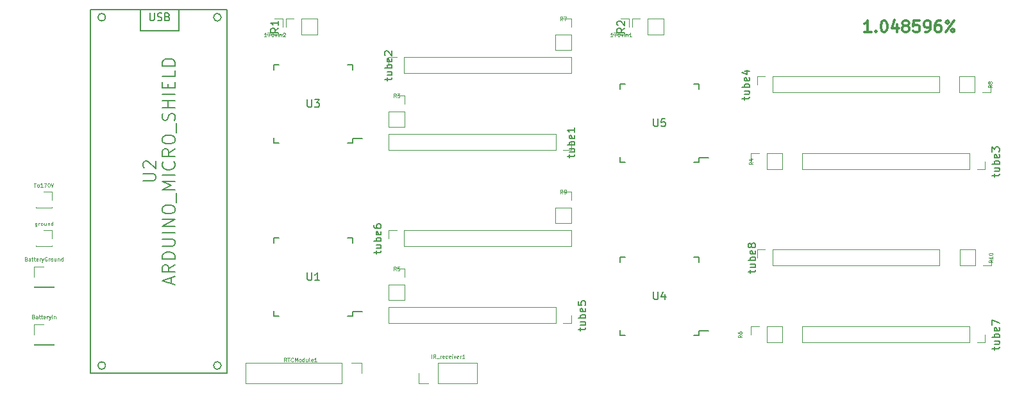
<source format=gbr>
%TF.GenerationSoftware,KiCad,Pcbnew,(6.0.2-0)*%
%TF.CreationDate,2022-06-16T00:13:51-05:00*%
%TF.ProjectId,stein gate pcb,73746569-6e20-4676-9174-65207063622e,rev?*%
%TF.SameCoordinates,Original*%
%TF.FileFunction,Legend,Top*%
%TF.FilePolarity,Positive*%
%FSLAX46Y46*%
G04 Gerber Fmt 4.6, Leading zero omitted, Abs format (unit mm)*
G04 Created by KiCad (PCBNEW (6.0.2-0)) date 2022-06-16 00:13:51*
%MOMM*%
%LPD*%
G01*
G04 APERTURE LIST*
%ADD10C,0.300000*%
%ADD11C,0.150000*%
%ADD12C,0.125000*%
%ADD13C,0.120000*%
G04 APERTURE END LIST*
D10*
X180348571Y-76878571D02*
X179491428Y-76878571D01*
X179920000Y-76878571D02*
X179920000Y-75378571D01*
X179777142Y-75592857D01*
X179634285Y-75735714D01*
X179491428Y-75807142D01*
X180991428Y-76735714D02*
X181062857Y-76807142D01*
X180991428Y-76878571D01*
X180920000Y-76807142D01*
X180991428Y-76735714D01*
X180991428Y-76878571D01*
X181991428Y-75378571D02*
X182134285Y-75378571D01*
X182277142Y-75450000D01*
X182348571Y-75521428D01*
X182420000Y-75664285D01*
X182491428Y-75950000D01*
X182491428Y-76307142D01*
X182420000Y-76592857D01*
X182348571Y-76735714D01*
X182277142Y-76807142D01*
X182134285Y-76878571D01*
X181991428Y-76878571D01*
X181848571Y-76807142D01*
X181777142Y-76735714D01*
X181705714Y-76592857D01*
X181634285Y-76307142D01*
X181634285Y-75950000D01*
X181705714Y-75664285D01*
X181777142Y-75521428D01*
X181848571Y-75450000D01*
X181991428Y-75378571D01*
X183777142Y-75878571D02*
X183777142Y-76878571D01*
X183420000Y-75307142D02*
X183062857Y-76378571D01*
X183991428Y-76378571D01*
X184777142Y-76021428D02*
X184634285Y-75950000D01*
X184562857Y-75878571D01*
X184491428Y-75735714D01*
X184491428Y-75664285D01*
X184562857Y-75521428D01*
X184634285Y-75450000D01*
X184777142Y-75378571D01*
X185062857Y-75378571D01*
X185205714Y-75450000D01*
X185277142Y-75521428D01*
X185348571Y-75664285D01*
X185348571Y-75735714D01*
X185277142Y-75878571D01*
X185205714Y-75950000D01*
X185062857Y-76021428D01*
X184777142Y-76021428D01*
X184634285Y-76092857D01*
X184562857Y-76164285D01*
X184491428Y-76307142D01*
X184491428Y-76592857D01*
X184562857Y-76735714D01*
X184634285Y-76807142D01*
X184777142Y-76878571D01*
X185062857Y-76878571D01*
X185205714Y-76807142D01*
X185277142Y-76735714D01*
X185348571Y-76592857D01*
X185348571Y-76307142D01*
X185277142Y-76164285D01*
X185205714Y-76092857D01*
X185062857Y-76021428D01*
X186705714Y-75378571D02*
X185991428Y-75378571D01*
X185920000Y-76092857D01*
X185991428Y-76021428D01*
X186134285Y-75950000D01*
X186491428Y-75950000D01*
X186634285Y-76021428D01*
X186705714Y-76092857D01*
X186777142Y-76235714D01*
X186777142Y-76592857D01*
X186705714Y-76735714D01*
X186634285Y-76807142D01*
X186491428Y-76878571D01*
X186134285Y-76878571D01*
X185991428Y-76807142D01*
X185920000Y-76735714D01*
X187491428Y-76878571D02*
X187777142Y-76878571D01*
X187920000Y-76807142D01*
X187991428Y-76735714D01*
X188134285Y-76521428D01*
X188205714Y-76235714D01*
X188205714Y-75664285D01*
X188134285Y-75521428D01*
X188062857Y-75450000D01*
X187920000Y-75378571D01*
X187634285Y-75378571D01*
X187491428Y-75450000D01*
X187420000Y-75521428D01*
X187348571Y-75664285D01*
X187348571Y-76021428D01*
X187420000Y-76164285D01*
X187491428Y-76235714D01*
X187634285Y-76307142D01*
X187920000Y-76307142D01*
X188062857Y-76235714D01*
X188134285Y-76164285D01*
X188205714Y-76021428D01*
X189491428Y-75378571D02*
X189205714Y-75378571D01*
X189062857Y-75450000D01*
X188991428Y-75521428D01*
X188848571Y-75735714D01*
X188777142Y-76021428D01*
X188777142Y-76592857D01*
X188848571Y-76735714D01*
X188920000Y-76807142D01*
X189062857Y-76878571D01*
X189348571Y-76878571D01*
X189491428Y-76807142D01*
X189562857Y-76735714D01*
X189634285Y-76592857D01*
X189634285Y-76235714D01*
X189562857Y-76092857D01*
X189491428Y-76021428D01*
X189348571Y-75950000D01*
X189062857Y-75950000D01*
X188920000Y-76021428D01*
X188848571Y-76092857D01*
X188777142Y-76235714D01*
X190205714Y-76878571D02*
X191348571Y-75378571D01*
X190420000Y-75378571D02*
X190562857Y-75450000D01*
X190634285Y-75592857D01*
X190562857Y-75735714D01*
X190420000Y-75807142D01*
X190277142Y-75735714D01*
X190205714Y-75592857D01*
X190277142Y-75450000D01*
X190420000Y-75378571D01*
X191277142Y-76807142D02*
X191348571Y-76664285D01*
X191277142Y-76521428D01*
X191134285Y-76450000D01*
X190991428Y-76521428D01*
X190920000Y-76664285D01*
X190991428Y-76807142D01*
X191134285Y-76878571D01*
X191277142Y-76807142D01*
D11*
%TO.C,tube4*%
X163625714Y-85820000D02*
X163625714Y-85439047D01*
X163292380Y-85677142D02*
X164149523Y-85677142D01*
X164244761Y-85629523D01*
X164292380Y-85534285D01*
X164292380Y-85439047D01*
X163625714Y-84677142D02*
X164292380Y-84677142D01*
X163625714Y-85105714D02*
X164149523Y-85105714D01*
X164244761Y-85058095D01*
X164292380Y-84962857D01*
X164292380Y-84820000D01*
X164244761Y-84724761D01*
X164197142Y-84677142D01*
X164292380Y-84200952D02*
X163292380Y-84200952D01*
X163673333Y-84200952D02*
X163625714Y-84105714D01*
X163625714Y-83915238D01*
X163673333Y-83820000D01*
X163720952Y-83772380D01*
X163816190Y-83724761D01*
X164101904Y-83724761D01*
X164197142Y-83772380D01*
X164244761Y-83820000D01*
X164292380Y-83915238D01*
X164292380Y-84105714D01*
X164244761Y-84200952D01*
X164244761Y-82915238D02*
X164292380Y-83010476D01*
X164292380Y-83200952D01*
X164244761Y-83296190D01*
X164149523Y-83343809D01*
X163768571Y-83343809D01*
X163673333Y-83296190D01*
X163625714Y-83200952D01*
X163625714Y-83010476D01*
X163673333Y-82915238D01*
X163768571Y-82867619D01*
X163863809Y-82867619D01*
X163959047Y-83343809D01*
X163625714Y-82010476D02*
X164292380Y-82010476D01*
X163244761Y-82248571D02*
X163959047Y-82486666D01*
X163959047Y-81867619D01*
D12*
%TO.C,R8*%
X196326190Y-83903333D02*
X196088095Y-84070000D01*
X196326190Y-84189047D02*
X195826190Y-84189047D01*
X195826190Y-83998571D01*
X195850000Y-83950952D01*
X195873809Y-83927142D01*
X195921428Y-83903333D01*
X195992857Y-83903333D01*
X196040476Y-83927142D01*
X196064285Y-83950952D01*
X196088095Y-83998571D01*
X196088095Y-84189047D01*
X196040476Y-83617619D02*
X196016666Y-83665238D01*
X195992857Y-83689047D01*
X195945238Y-83712857D01*
X195921428Y-83712857D01*
X195873809Y-83689047D01*
X195850000Y-83665238D01*
X195826190Y-83617619D01*
X195826190Y-83522380D01*
X195850000Y-83474761D01*
X195873809Y-83450952D01*
X195921428Y-83427142D01*
X195945238Y-83427142D01*
X195992857Y-83450952D01*
X196016666Y-83474761D01*
X196040476Y-83522380D01*
X196040476Y-83617619D01*
X196064285Y-83665238D01*
X196088095Y-83689047D01*
X196135714Y-83712857D01*
X196230952Y-83712857D01*
X196278571Y-83689047D01*
X196302380Y-83665238D01*
X196326190Y-83617619D01*
X196326190Y-83522380D01*
X196302380Y-83474761D01*
X196278571Y-83450952D01*
X196230952Y-83427142D01*
X196135714Y-83427142D01*
X196088095Y-83450952D01*
X196064285Y-83474761D01*
X196040476Y-83522380D01*
%TO.C,R4*%
X164726190Y-94063333D02*
X164488095Y-94230000D01*
X164726190Y-94349047D02*
X164226190Y-94349047D01*
X164226190Y-94158571D01*
X164250000Y-94110952D01*
X164273809Y-94087142D01*
X164321428Y-94063333D01*
X164392857Y-94063333D01*
X164440476Y-94087142D01*
X164464285Y-94110952D01*
X164488095Y-94158571D01*
X164488095Y-94349047D01*
X164392857Y-93634761D02*
X164726190Y-93634761D01*
X164202380Y-93753809D02*
X164559523Y-93872857D01*
X164559523Y-93563333D01*
%TO.C,R5*%
X117616666Y-108386190D02*
X117450000Y-108148095D01*
X117330952Y-108386190D02*
X117330952Y-107886190D01*
X117521428Y-107886190D01*
X117569047Y-107910000D01*
X117592857Y-107933809D01*
X117616666Y-107981428D01*
X117616666Y-108052857D01*
X117592857Y-108100476D01*
X117569047Y-108124285D01*
X117521428Y-108148095D01*
X117330952Y-108148095D01*
X118069047Y-107886190D02*
X117830952Y-107886190D01*
X117807142Y-108124285D01*
X117830952Y-108100476D01*
X117878571Y-108076666D01*
X117997619Y-108076666D01*
X118045238Y-108100476D01*
X118069047Y-108124285D01*
X118092857Y-108171904D01*
X118092857Y-108290952D01*
X118069047Y-108338571D01*
X118045238Y-108362380D01*
X117997619Y-108386190D01*
X117878571Y-108386190D01*
X117830952Y-108362380D01*
X117807142Y-108338571D01*
D11*
%TO.C,U1*%
X105918095Y-108672380D02*
X105918095Y-109481904D01*
X105965714Y-109577142D01*
X106013333Y-109624761D01*
X106108571Y-109672380D01*
X106299047Y-109672380D01*
X106394285Y-109624761D01*
X106441904Y-109577142D01*
X106489523Y-109481904D01*
X106489523Y-108672380D01*
X107489523Y-109672380D02*
X106918095Y-109672380D01*
X107203809Y-109672380D02*
X107203809Y-108672380D01*
X107108571Y-108815238D01*
X107013333Y-108910476D01*
X106918095Y-108958095D01*
%TO.C,R1*%
X102092380Y-76366666D02*
X101616190Y-76700000D01*
X102092380Y-76938095D02*
X101092380Y-76938095D01*
X101092380Y-76557142D01*
X101140000Y-76461904D01*
X101187619Y-76414285D01*
X101282857Y-76366666D01*
X101425714Y-76366666D01*
X101520952Y-76414285D01*
X101568571Y-76461904D01*
X101616190Y-76557142D01*
X101616190Y-76938095D01*
X102092380Y-75414285D02*
X102092380Y-75985714D01*
X102092380Y-75700000D02*
X101092380Y-75700000D01*
X101235238Y-75795238D01*
X101330476Y-75890476D01*
X101378095Y-75985714D01*
%TO.C,tube5*%
X141985714Y-116300000D02*
X141985714Y-115919047D01*
X141652380Y-116157142D02*
X142509523Y-116157142D01*
X142604761Y-116109523D01*
X142652380Y-116014285D01*
X142652380Y-115919047D01*
X141985714Y-115157142D02*
X142652380Y-115157142D01*
X141985714Y-115585714D02*
X142509523Y-115585714D01*
X142604761Y-115538095D01*
X142652380Y-115442857D01*
X142652380Y-115300000D01*
X142604761Y-115204761D01*
X142557142Y-115157142D01*
X142652380Y-114680952D02*
X141652380Y-114680952D01*
X142033333Y-114680952D02*
X141985714Y-114585714D01*
X141985714Y-114395238D01*
X142033333Y-114300000D01*
X142080952Y-114252380D01*
X142176190Y-114204761D01*
X142461904Y-114204761D01*
X142557142Y-114252380D01*
X142604761Y-114300000D01*
X142652380Y-114395238D01*
X142652380Y-114585714D01*
X142604761Y-114680952D01*
X142604761Y-113395238D02*
X142652380Y-113490476D01*
X142652380Y-113680952D01*
X142604761Y-113776190D01*
X142509523Y-113823809D01*
X142128571Y-113823809D01*
X142033333Y-113776190D01*
X141985714Y-113680952D01*
X141985714Y-113490476D01*
X142033333Y-113395238D01*
X142128571Y-113347619D01*
X142223809Y-113347619D01*
X142319047Y-113823809D01*
X141652380Y-112442857D02*
X141652380Y-112919047D01*
X142128571Y-112966666D01*
X142080952Y-112919047D01*
X142033333Y-112823809D01*
X142033333Y-112585714D01*
X142080952Y-112490476D01*
X142128571Y-112442857D01*
X142223809Y-112395238D01*
X142461904Y-112395238D01*
X142557142Y-112442857D01*
X142604761Y-112490476D01*
X142652380Y-112585714D01*
X142652380Y-112823809D01*
X142604761Y-112919047D01*
X142557142Y-112966666D01*
D12*
%TO.C,BatteryIn*%
X69739047Y-114474285D02*
X69810476Y-114498095D01*
X69834285Y-114521904D01*
X69858095Y-114569523D01*
X69858095Y-114640952D01*
X69834285Y-114688571D01*
X69810476Y-114712380D01*
X69762857Y-114736190D01*
X69572380Y-114736190D01*
X69572380Y-114236190D01*
X69739047Y-114236190D01*
X69786666Y-114260000D01*
X69810476Y-114283809D01*
X69834285Y-114331428D01*
X69834285Y-114379047D01*
X69810476Y-114426666D01*
X69786666Y-114450476D01*
X69739047Y-114474285D01*
X69572380Y-114474285D01*
X70286666Y-114736190D02*
X70286666Y-114474285D01*
X70262857Y-114426666D01*
X70215238Y-114402857D01*
X70120000Y-114402857D01*
X70072380Y-114426666D01*
X70286666Y-114712380D02*
X70239047Y-114736190D01*
X70120000Y-114736190D01*
X70072380Y-114712380D01*
X70048571Y-114664761D01*
X70048571Y-114617142D01*
X70072380Y-114569523D01*
X70120000Y-114545714D01*
X70239047Y-114545714D01*
X70286666Y-114521904D01*
X70453333Y-114402857D02*
X70643809Y-114402857D01*
X70524761Y-114236190D02*
X70524761Y-114664761D01*
X70548571Y-114712380D01*
X70596190Y-114736190D01*
X70643809Y-114736190D01*
X70739047Y-114402857D02*
X70929523Y-114402857D01*
X70810476Y-114236190D02*
X70810476Y-114664761D01*
X70834285Y-114712380D01*
X70881904Y-114736190D01*
X70929523Y-114736190D01*
X71286666Y-114712380D02*
X71239047Y-114736190D01*
X71143809Y-114736190D01*
X71096190Y-114712380D01*
X71072380Y-114664761D01*
X71072380Y-114474285D01*
X71096190Y-114426666D01*
X71143809Y-114402857D01*
X71239047Y-114402857D01*
X71286666Y-114426666D01*
X71310476Y-114474285D01*
X71310476Y-114521904D01*
X71072380Y-114569523D01*
X71524761Y-114736190D02*
X71524761Y-114402857D01*
X71524761Y-114498095D02*
X71548571Y-114450476D01*
X71572380Y-114426666D01*
X71620000Y-114402857D01*
X71667619Y-114402857D01*
X71786666Y-114402857D02*
X71905714Y-114736190D01*
X72024761Y-114402857D02*
X71905714Y-114736190D01*
X71858095Y-114855238D01*
X71834285Y-114879047D01*
X71786666Y-114902857D01*
X72215238Y-114736190D02*
X72215238Y-114236190D01*
X72453333Y-114402857D02*
X72453333Y-114736190D01*
X72453333Y-114450476D02*
X72477142Y-114426666D01*
X72524761Y-114402857D01*
X72596190Y-114402857D01*
X72643809Y-114426666D01*
X72667619Y-114474285D01*
X72667619Y-114736190D01*
%TO.C,BatteryGround*%
X68774761Y-106854285D02*
X68846190Y-106878095D01*
X68870000Y-106901904D01*
X68893809Y-106949523D01*
X68893809Y-107020952D01*
X68870000Y-107068571D01*
X68846190Y-107092380D01*
X68798571Y-107116190D01*
X68608095Y-107116190D01*
X68608095Y-106616190D01*
X68774761Y-106616190D01*
X68822380Y-106640000D01*
X68846190Y-106663809D01*
X68870000Y-106711428D01*
X68870000Y-106759047D01*
X68846190Y-106806666D01*
X68822380Y-106830476D01*
X68774761Y-106854285D01*
X68608095Y-106854285D01*
X69322380Y-107116190D02*
X69322380Y-106854285D01*
X69298571Y-106806666D01*
X69250952Y-106782857D01*
X69155714Y-106782857D01*
X69108095Y-106806666D01*
X69322380Y-107092380D02*
X69274761Y-107116190D01*
X69155714Y-107116190D01*
X69108095Y-107092380D01*
X69084285Y-107044761D01*
X69084285Y-106997142D01*
X69108095Y-106949523D01*
X69155714Y-106925714D01*
X69274761Y-106925714D01*
X69322380Y-106901904D01*
X69489047Y-106782857D02*
X69679523Y-106782857D01*
X69560476Y-106616190D02*
X69560476Y-107044761D01*
X69584285Y-107092380D01*
X69631904Y-107116190D01*
X69679523Y-107116190D01*
X69774761Y-106782857D02*
X69965238Y-106782857D01*
X69846190Y-106616190D02*
X69846190Y-107044761D01*
X69870000Y-107092380D01*
X69917619Y-107116190D01*
X69965238Y-107116190D01*
X70322380Y-107092380D02*
X70274761Y-107116190D01*
X70179523Y-107116190D01*
X70131904Y-107092380D01*
X70108095Y-107044761D01*
X70108095Y-106854285D01*
X70131904Y-106806666D01*
X70179523Y-106782857D01*
X70274761Y-106782857D01*
X70322380Y-106806666D01*
X70346190Y-106854285D01*
X70346190Y-106901904D01*
X70108095Y-106949523D01*
X70560476Y-107116190D02*
X70560476Y-106782857D01*
X70560476Y-106878095D02*
X70584285Y-106830476D01*
X70608095Y-106806666D01*
X70655714Y-106782857D01*
X70703333Y-106782857D01*
X70822380Y-106782857D02*
X70941428Y-107116190D01*
X71060476Y-106782857D02*
X70941428Y-107116190D01*
X70893809Y-107235238D01*
X70870000Y-107259047D01*
X70822380Y-107282857D01*
X71512857Y-106640000D02*
X71465238Y-106616190D01*
X71393809Y-106616190D01*
X71322380Y-106640000D01*
X71274761Y-106687619D01*
X71250952Y-106735238D01*
X71227142Y-106830476D01*
X71227142Y-106901904D01*
X71250952Y-106997142D01*
X71274761Y-107044761D01*
X71322380Y-107092380D01*
X71393809Y-107116190D01*
X71441428Y-107116190D01*
X71512857Y-107092380D01*
X71536666Y-107068571D01*
X71536666Y-106901904D01*
X71441428Y-106901904D01*
X71750952Y-107116190D02*
X71750952Y-106782857D01*
X71750952Y-106878095D02*
X71774761Y-106830476D01*
X71798571Y-106806666D01*
X71846190Y-106782857D01*
X71893809Y-106782857D01*
X72131904Y-107116190D02*
X72084285Y-107092380D01*
X72060476Y-107068571D01*
X72036666Y-107020952D01*
X72036666Y-106878095D01*
X72060476Y-106830476D01*
X72084285Y-106806666D01*
X72131904Y-106782857D01*
X72203333Y-106782857D01*
X72250952Y-106806666D01*
X72274761Y-106830476D01*
X72298571Y-106878095D01*
X72298571Y-107020952D01*
X72274761Y-107068571D01*
X72250952Y-107092380D01*
X72203333Y-107116190D01*
X72131904Y-107116190D01*
X72727142Y-106782857D02*
X72727142Y-107116190D01*
X72512857Y-106782857D02*
X72512857Y-107044761D01*
X72536666Y-107092380D01*
X72584285Y-107116190D01*
X72655714Y-107116190D01*
X72703333Y-107092380D01*
X72727142Y-107068571D01*
X72965238Y-106782857D02*
X72965238Y-107116190D01*
X72965238Y-106830476D02*
X72989047Y-106806666D01*
X73036666Y-106782857D01*
X73108095Y-106782857D01*
X73155714Y-106806666D01*
X73179523Y-106854285D01*
X73179523Y-107116190D01*
X73631904Y-107116190D02*
X73631904Y-106616190D01*
X73631904Y-107092380D02*
X73584285Y-107116190D01*
X73489047Y-107116190D01*
X73441428Y-107092380D01*
X73417619Y-107068571D01*
X73393809Y-107020952D01*
X73393809Y-106878095D01*
X73417619Y-106830476D01*
X73441428Y-106806666D01*
X73489047Y-106782857D01*
X73584285Y-106782857D01*
X73631904Y-106806666D01*
%TO.C,R6*%
X163286190Y-116923333D02*
X163048095Y-117090000D01*
X163286190Y-117209047D02*
X162786190Y-117209047D01*
X162786190Y-117018571D01*
X162810000Y-116970952D01*
X162833809Y-116947142D01*
X162881428Y-116923333D01*
X162952857Y-116923333D01*
X163000476Y-116947142D01*
X163024285Y-116970952D01*
X163048095Y-117018571D01*
X163048095Y-117209047D01*
X162786190Y-116494761D02*
X162786190Y-116590000D01*
X162810000Y-116637619D01*
X162833809Y-116661428D01*
X162905238Y-116709047D01*
X163000476Y-116732857D01*
X163190952Y-116732857D01*
X163238571Y-116709047D01*
X163262380Y-116685238D01*
X163286190Y-116637619D01*
X163286190Y-116542380D01*
X163262380Y-116494761D01*
X163238571Y-116470952D01*
X163190952Y-116447142D01*
X163071904Y-116447142D01*
X163024285Y-116470952D01*
X163000476Y-116494761D01*
X162976666Y-116542380D01*
X162976666Y-116637619D01*
X163000476Y-116685238D01*
X163024285Y-116709047D01*
X163071904Y-116732857D01*
%TO.C,IR_receiver1*%
X122330873Y-119951915D02*
X122330873Y-119451915D01*
X122854682Y-119951915D02*
X122688015Y-119713820D01*
X122568968Y-119951915D02*
X122568968Y-119451915D01*
X122759444Y-119451915D01*
X122807063Y-119475725D01*
X122830873Y-119499534D01*
X122854682Y-119547153D01*
X122854682Y-119618582D01*
X122830873Y-119666201D01*
X122807063Y-119690010D01*
X122759444Y-119713820D01*
X122568968Y-119713820D01*
X122949920Y-119999534D02*
X123330873Y-119999534D01*
X123449920Y-119951915D02*
X123449920Y-119618582D01*
X123449920Y-119713820D02*
X123473730Y-119666201D01*
X123497539Y-119642391D01*
X123545158Y-119618582D01*
X123592777Y-119618582D01*
X123949920Y-119928105D02*
X123902301Y-119951915D01*
X123807063Y-119951915D01*
X123759444Y-119928105D01*
X123735635Y-119880486D01*
X123735635Y-119690010D01*
X123759444Y-119642391D01*
X123807063Y-119618582D01*
X123902301Y-119618582D01*
X123949920Y-119642391D01*
X123973730Y-119690010D01*
X123973730Y-119737629D01*
X123735635Y-119785248D01*
X124402301Y-119928105D02*
X124354682Y-119951915D01*
X124259444Y-119951915D01*
X124211825Y-119928105D01*
X124188015Y-119904296D01*
X124164206Y-119856677D01*
X124164206Y-119713820D01*
X124188015Y-119666201D01*
X124211825Y-119642391D01*
X124259444Y-119618582D01*
X124354682Y-119618582D01*
X124402301Y-119642391D01*
X124807063Y-119928105D02*
X124759444Y-119951915D01*
X124664206Y-119951915D01*
X124616587Y-119928105D01*
X124592777Y-119880486D01*
X124592777Y-119690010D01*
X124616587Y-119642391D01*
X124664206Y-119618582D01*
X124759444Y-119618582D01*
X124807063Y-119642391D01*
X124830873Y-119690010D01*
X124830873Y-119737629D01*
X124592777Y-119785248D01*
X125045158Y-119951915D02*
X125045158Y-119618582D01*
X125045158Y-119451915D02*
X125021349Y-119475725D01*
X125045158Y-119499534D01*
X125068968Y-119475725D01*
X125045158Y-119451915D01*
X125045158Y-119499534D01*
X125235635Y-119618582D02*
X125354682Y-119951915D01*
X125473730Y-119618582D01*
X125854682Y-119928105D02*
X125807063Y-119951915D01*
X125711825Y-119951915D01*
X125664206Y-119928105D01*
X125640396Y-119880486D01*
X125640396Y-119690010D01*
X125664206Y-119642391D01*
X125711825Y-119618582D01*
X125807063Y-119618582D01*
X125854682Y-119642391D01*
X125878492Y-119690010D01*
X125878492Y-119737629D01*
X125640396Y-119785248D01*
X126092777Y-119951915D02*
X126092777Y-119618582D01*
X126092777Y-119713820D02*
X126116587Y-119666201D01*
X126140396Y-119642391D01*
X126188015Y-119618582D01*
X126235635Y-119618582D01*
X126664206Y-119951915D02*
X126378492Y-119951915D01*
X126521349Y-119951915D02*
X126521349Y-119451915D01*
X126473730Y-119523344D01*
X126426111Y-119570963D01*
X126378492Y-119594772D01*
%TO.C,ground*%
X70184248Y-102070620D02*
X70184248Y-102475382D01*
X70160438Y-102523001D01*
X70136629Y-102546810D01*
X70089009Y-102570620D01*
X70017581Y-102570620D01*
X69969962Y-102546810D01*
X70184248Y-102380143D02*
X70136629Y-102403953D01*
X70041390Y-102403953D01*
X69993771Y-102380143D01*
X69969962Y-102356334D01*
X69946152Y-102308715D01*
X69946152Y-102165858D01*
X69969962Y-102118239D01*
X69993771Y-102094429D01*
X70041390Y-102070620D01*
X70136629Y-102070620D01*
X70184248Y-102094429D01*
X70422343Y-102403953D02*
X70422343Y-102070620D01*
X70422343Y-102165858D02*
X70446152Y-102118239D01*
X70469962Y-102094429D01*
X70517581Y-102070620D01*
X70565200Y-102070620D01*
X70803295Y-102403953D02*
X70755676Y-102380143D01*
X70731867Y-102356334D01*
X70708057Y-102308715D01*
X70708057Y-102165858D01*
X70731867Y-102118239D01*
X70755676Y-102094429D01*
X70803295Y-102070620D01*
X70874724Y-102070620D01*
X70922343Y-102094429D01*
X70946152Y-102118239D01*
X70969962Y-102165858D01*
X70969962Y-102308715D01*
X70946152Y-102356334D01*
X70922343Y-102380143D01*
X70874724Y-102403953D01*
X70803295Y-102403953D01*
X71398533Y-102070620D02*
X71398533Y-102403953D01*
X71184248Y-102070620D02*
X71184248Y-102332524D01*
X71208057Y-102380143D01*
X71255676Y-102403953D01*
X71327105Y-102403953D01*
X71374724Y-102380143D01*
X71398533Y-102356334D01*
X71636629Y-102070620D02*
X71636629Y-102403953D01*
X71636629Y-102118239D02*
X71660438Y-102094429D01*
X71708057Y-102070620D01*
X71779486Y-102070620D01*
X71827105Y-102094429D01*
X71850914Y-102142048D01*
X71850914Y-102403953D01*
X72303295Y-102403953D02*
X72303295Y-101903953D01*
X72303295Y-102380143D02*
X72255676Y-102403953D01*
X72160438Y-102403953D01*
X72112819Y-102380143D01*
X72089009Y-102356334D01*
X72065200Y-102308715D01*
X72065200Y-102165858D01*
X72089009Y-102118239D01*
X72112819Y-102094429D01*
X72160438Y-102070620D01*
X72255676Y-102070620D01*
X72303295Y-102094429D01*
%TO.C,170vin1*%
X146212857Y-77486190D02*
X145927142Y-77486190D01*
X146070000Y-77486190D02*
X146070000Y-76986190D01*
X146022380Y-77057619D01*
X145974761Y-77105238D01*
X145927142Y-77129047D01*
X146379523Y-76986190D02*
X146712857Y-76986190D01*
X146498571Y-77486190D01*
X146998571Y-76986190D02*
X147046190Y-76986190D01*
X147093809Y-77010000D01*
X147117619Y-77033809D01*
X147141428Y-77081428D01*
X147165238Y-77176666D01*
X147165238Y-77295714D01*
X147141428Y-77390952D01*
X147117619Y-77438571D01*
X147093809Y-77462380D01*
X147046190Y-77486190D01*
X146998571Y-77486190D01*
X146950952Y-77462380D01*
X146927142Y-77438571D01*
X146903333Y-77390952D01*
X146879523Y-77295714D01*
X146879523Y-77176666D01*
X146903333Y-77081428D01*
X146927142Y-77033809D01*
X146950952Y-77010000D01*
X146998571Y-76986190D01*
X147331904Y-77152857D02*
X147450952Y-77486190D01*
X147570000Y-77152857D01*
X147760476Y-77486190D02*
X147760476Y-77152857D01*
X147760476Y-76986190D02*
X147736666Y-77010000D01*
X147760476Y-77033809D01*
X147784285Y-77010000D01*
X147760476Y-76986190D01*
X147760476Y-77033809D01*
X147998571Y-77152857D02*
X147998571Y-77486190D01*
X147998571Y-77200476D02*
X148022380Y-77176666D01*
X148070000Y-77152857D01*
X148141428Y-77152857D01*
X148189047Y-77176666D01*
X148212857Y-77224285D01*
X148212857Y-77486190D01*
X148712857Y-77486190D02*
X148427142Y-77486190D01*
X148570000Y-77486190D02*
X148570000Y-76986190D01*
X148522380Y-77057619D01*
X148474761Y-77105238D01*
X148427142Y-77129047D01*
%TO.C,R10*%
X196406190Y-107001428D02*
X196168095Y-107168095D01*
X196406190Y-107287142D02*
X195906190Y-107287142D01*
X195906190Y-107096666D01*
X195930000Y-107049047D01*
X195953809Y-107025238D01*
X196001428Y-107001428D01*
X196072857Y-107001428D01*
X196120476Y-107025238D01*
X196144285Y-107049047D01*
X196168095Y-107096666D01*
X196168095Y-107287142D01*
X196406190Y-106525238D02*
X196406190Y-106810952D01*
X196406190Y-106668095D02*
X195906190Y-106668095D01*
X195977619Y-106715714D01*
X196025238Y-106763333D01*
X196049047Y-106810952D01*
X195906190Y-106215714D02*
X195906190Y-106168095D01*
X195930000Y-106120476D01*
X195953809Y-106096666D01*
X196001428Y-106072857D01*
X196096666Y-106049047D01*
X196215714Y-106049047D01*
X196310952Y-106072857D01*
X196358571Y-106096666D01*
X196382380Y-106120476D01*
X196406190Y-106168095D01*
X196406190Y-106215714D01*
X196382380Y-106263333D01*
X196358571Y-106287142D01*
X196310952Y-106310952D01*
X196215714Y-106334761D01*
X196096666Y-106334761D01*
X196001428Y-106310952D01*
X195953809Y-106287142D01*
X195930000Y-106263333D01*
X195906190Y-106215714D01*
D11*
%TO.C,tube1*%
X140545714Y-93440000D02*
X140545714Y-93059047D01*
X140212380Y-93297142D02*
X141069523Y-93297142D01*
X141164761Y-93249523D01*
X141212380Y-93154285D01*
X141212380Y-93059047D01*
X140545714Y-92297142D02*
X141212380Y-92297142D01*
X140545714Y-92725714D02*
X141069523Y-92725714D01*
X141164761Y-92678095D01*
X141212380Y-92582857D01*
X141212380Y-92440000D01*
X141164761Y-92344761D01*
X141117142Y-92297142D01*
X141212380Y-91820952D02*
X140212380Y-91820952D01*
X140593333Y-91820952D02*
X140545714Y-91725714D01*
X140545714Y-91535238D01*
X140593333Y-91440000D01*
X140640952Y-91392380D01*
X140736190Y-91344761D01*
X141021904Y-91344761D01*
X141117142Y-91392380D01*
X141164761Y-91440000D01*
X141212380Y-91535238D01*
X141212380Y-91725714D01*
X141164761Y-91820952D01*
X141164761Y-90535238D02*
X141212380Y-90630476D01*
X141212380Y-90820952D01*
X141164761Y-90916190D01*
X141069523Y-90963809D01*
X140688571Y-90963809D01*
X140593333Y-90916190D01*
X140545714Y-90820952D01*
X140545714Y-90630476D01*
X140593333Y-90535238D01*
X140688571Y-90487619D01*
X140783809Y-90487619D01*
X140879047Y-90963809D01*
X141212380Y-89535238D02*
X141212380Y-90106666D01*
X141212380Y-89820952D02*
X140212380Y-89820952D01*
X140355238Y-89916190D01*
X140450476Y-90011428D01*
X140498095Y-90106666D01*
%TO.C,tube7*%
X196625714Y-118840000D02*
X196625714Y-118459047D01*
X196292380Y-118697142D02*
X197149523Y-118697142D01*
X197244761Y-118649523D01*
X197292380Y-118554285D01*
X197292380Y-118459047D01*
X196625714Y-117697142D02*
X197292380Y-117697142D01*
X196625714Y-118125714D02*
X197149523Y-118125714D01*
X197244761Y-118078095D01*
X197292380Y-117982857D01*
X197292380Y-117840000D01*
X197244761Y-117744761D01*
X197197142Y-117697142D01*
X197292380Y-117220952D02*
X196292380Y-117220952D01*
X196673333Y-117220952D02*
X196625714Y-117125714D01*
X196625714Y-116935238D01*
X196673333Y-116840000D01*
X196720952Y-116792380D01*
X196816190Y-116744761D01*
X197101904Y-116744761D01*
X197197142Y-116792380D01*
X197244761Y-116840000D01*
X197292380Y-116935238D01*
X197292380Y-117125714D01*
X197244761Y-117220952D01*
X197244761Y-115935238D02*
X197292380Y-116030476D01*
X197292380Y-116220952D01*
X197244761Y-116316190D01*
X197149523Y-116363809D01*
X196768571Y-116363809D01*
X196673333Y-116316190D01*
X196625714Y-116220952D01*
X196625714Y-116030476D01*
X196673333Y-115935238D01*
X196768571Y-115887619D01*
X196863809Y-115887619D01*
X196959047Y-116363809D01*
X196292380Y-115554285D02*
X196292380Y-114887619D01*
X197292380Y-115316190D01*
D12*
%TO.C,R9*%
X139616666Y-98226190D02*
X139450000Y-97988095D01*
X139330952Y-98226190D02*
X139330952Y-97726190D01*
X139521428Y-97726190D01*
X139569047Y-97750000D01*
X139592857Y-97773809D01*
X139616666Y-97821428D01*
X139616666Y-97892857D01*
X139592857Y-97940476D01*
X139569047Y-97964285D01*
X139521428Y-97988095D01*
X139330952Y-97988095D01*
X139854761Y-98226190D02*
X139950000Y-98226190D01*
X139997619Y-98202380D01*
X140021428Y-98178571D01*
X140069047Y-98107142D01*
X140092857Y-98011904D01*
X140092857Y-97821428D01*
X140069047Y-97773809D01*
X140045238Y-97750000D01*
X139997619Y-97726190D01*
X139902380Y-97726190D01*
X139854761Y-97750000D01*
X139830952Y-97773809D01*
X139807142Y-97821428D01*
X139807142Y-97940476D01*
X139830952Y-97988095D01*
X139854761Y-98011904D01*
X139902380Y-98035714D01*
X139997619Y-98035714D01*
X140045238Y-98011904D01*
X140069047Y-97988095D01*
X140092857Y-97940476D01*
%TO.C,R3*%
X117616666Y-85526190D02*
X117450000Y-85288095D01*
X117330952Y-85526190D02*
X117330952Y-85026190D01*
X117521428Y-85026190D01*
X117569047Y-85050000D01*
X117592857Y-85073809D01*
X117616666Y-85121428D01*
X117616666Y-85192857D01*
X117592857Y-85240476D01*
X117569047Y-85264285D01*
X117521428Y-85288095D01*
X117330952Y-85288095D01*
X117783333Y-85026190D02*
X118092857Y-85026190D01*
X117926190Y-85216666D01*
X117997619Y-85216666D01*
X118045238Y-85240476D01*
X118069047Y-85264285D01*
X118092857Y-85311904D01*
X118092857Y-85430952D01*
X118069047Y-85478571D01*
X118045238Y-85502380D01*
X117997619Y-85526190D01*
X117854761Y-85526190D01*
X117807142Y-85502380D01*
X117783333Y-85478571D01*
D11*
%TO.C,tube3*%
X196625714Y-95980000D02*
X196625714Y-95599047D01*
X196292380Y-95837142D02*
X197149523Y-95837142D01*
X197244761Y-95789523D01*
X197292380Y-95694285D01*
X197292380Y-95599047D01*
X196625714Y-94837142D02*
X197292380Y-94837142D01*
X196625714Y-95265714D02*
X197149523Y-95265714D01*
X197244761Y-95218095D01*
X197292380Y-95122857D01*
X197292380Y-94980000D01*
X197244761Y-94884761D01*
X197197142Y-94837142D01*
X197292380Y-94360952D02*
X196292380Y-94360952D01*
X196673333Y-94360952D02*
X196625714Y-94265714D01*
X196625714Y-94075238D01*
X196673333Y-93980000D01*
X196720952Y-93932380D01*
X196816190Y-93884761D01*
X197101904Y-93884761D01*
X197197142Y-93932380D01*
X197244761Y-93980000D01*
X197292380Y-94075238D01*
X197292380Y-94265714D01*
X197244761Y-94360952D01*
X197244761Y-93075238D02*
X197292380Y-93170476D01*
X197292380Y-93360952D01*
X197244761Y-93456190D01*
X197149523Y-93503809D01*
X196768571Y-93503809D01*
X196673333Y-93456190D01*
X196625714Y-93360952D01*
X196625714Y-93170476D01*
X196673333Y-93075238D01*
X196768571Y-93027619D01*
X196863809Y-93027619D01*
X196959047Y-93503809D01*
X196292380Y-92694285D02*
X196292380Y-92075238D01*
X196673333Y-92408571D01*
X196673333Y-92265714D01*
X196720952Y-92170476D01*
X196768571Y-92122857D01*
X196863809Y-92075238D01*
X197101904Y-92075238D01*
X197197142Y-92122857D01*
X197244761Y-92170476D01*
X197292380Y-92265714D01*
X197292380Y-92551428D01*
X197244761Y-92646666D01*
X197197142Y-92694285D01*
%TO.C,tube6*%
X114985714Y-106140000D02*
X114985714Y-105759047D01*
X114652380Y-105997142D02*
X115509523Y-105997142D01*
X115604761Y-105949523D01*
X115652380Y-105854285D01*
X115652380Y-105759047D01*
X114985714Y-104997142D02*
X115652380Y-104997142D01*
X114985714Y-105425714D02*
X115509523Y-105425714D01*
X115604761Y-105378095D01*
X115652380Y-105282857D01*
X115652380Y-105140000D01*
X115604761Y-105044761D01*
X115557142Y-104997142D01*
X115652380Y-104520952D02*
X114652380Y-104520952D01*
X115033333Y-104520952D02*
X114985714Y-104425714D01*
X114985714Y-104235238D01*
X115033333Y-104140000D01*
X115080952Y-104092380D01*
X115176190Y-104044761D01*
X115461904Y-104044761D01*
X115557142Y-104092380D01*
X115604761Y-104140000D01*
X115652380Y-104235238D01*
X115652380Y-104425714D01*
X115604761Y-104520952D01*
X115604761Y-103235238D02*
X115652380Y-103330476D01*
X115652380Y-103520952D01*
X115604761Y-103616190D01*
X115509523Y-103663809D01*
X115128571Y-103663809D01*
X115033333Y-103616190D01*
X114985714Y-103520952D01*
X114985714Y-103330476D01*
X115033333Y-103235238D01*
X115128571Y-103187619D01*
X115223809Y-103187619D01*
X115319047Y-103663809D01*
X114652380Y-102330476D02*
X114652380Y-102520952D01*
X114700000Y-102616190D01*
X114747619Y-102663809D01*
X114890476Y-102759047D01*
X115080952Y-102806666D01*
X115461904Y-102806666D01*
X115557142Y-102759047D01*
X115604761Y-102711428D01*
X115652380Y-102616190D01*
X115652380Y-102425714D01*
X115604761Y-102330476D01*
X115557142Y-102282857D01*
X115461904Y-102235238D01*
X115223809Y-102235238D01*
X115128571Y-102282857D01*
X115080952Y-102330476D01*
X115033333Y-102425714D01*
X115033333Y-102616190D01*
X115080952Y-102711428D01*
X115128571Y-102759047D01*
X115223809Y-102806666D01*
D12*
%TO.C,RTCModule1*%
X103147516Y-120403104D02*
X102980850Y-120165009D01*
X102861802Y-120403104D02*
X102861802Y-119903104D01*
X103052278Y-119903104D01*
X103099897Y-119926914D01*
X103123707Y-119950723D01*
X103147516Y-119998342D01*
X103147516Y-120069771D01*
X103123707Y-120117390D01*
X103099897Y-120141199D01*
X103052278Y-120165009D01*
X102861802Y-120165009D01*
X103290373Y-119903104D02*
X103576088Y-119903104D01*
X103433230Y-120403104D02*
X103433230Y-119903104D01*
X104028469Y-120355485D02*
X104004659Y-120379294D01*
X103933230Y-120403104D01*
X103885611Y-120403104D01*
X103814183Y-120379294D01*
X103766564Y-120331675D01*
X103742754Y-120284056D01*
X103718945Y-120188818D01*
X103718945Y-120117390D01*
X103742754Y-120022152D01*
X103766564Y-119974533D01*
X103814183Y-119926914D01*
X103885611Y-119903104D01*
X103933230Y-119903104D01*
X104004659Y-119926914D01*
X104028469Y-119950723D01*
X104242754Y-120403104D02*
X104242754Y-119903104D01*
X104409421Y-120260247D01*
X104576088Y-119903104D01*
X104576088Y-120403104D01*
X104885611Y-120403104D02*
X104837992Y-120379294D01*
X104814183Y-120355485D01*
X104790373Y-120307866D01*
X104790373Y-120165009D01*
X104814183Y-120117390D01*
X104837992Y-120093580D01*
X104885611Y-120069771D01*
X104957040Y-120069771D01*
X105004659Y-120093580D01*
X105028469Y-120117390D01*
X105052278Y-120165009D01*
X105052278Y-120307866D01*
X105028469Y-120355485D01*
X105004659Y-120379294D01*
X104957040Y-120403104D01*
X104885611Y-120403104D01*
X105480850Y-120403104D02*
X105480850Y-119903104D01*
X105480850Y-120379294D02*
X105433230Y-120403104D01*
X105337992Y-120403104D01*
X105290373Y-120379294D01*
X105266564Y-120355485D01*
X105242754Y-120307866D01*
X105242754Y-120165009D01*
X105266564Y-120117390D01*
X105290373Y-120093580D01*
X105337992Y-120069771D01*
X105433230Y-120069771D01*
X105480850Y-120093580D01*
X105933230Y-120069771D02*
X105933230Y-120403104D01*
X105718945Y-120069771D02*
X105718945Y-120331675D01*
X105742754Y-120379294D01*
X105790373Y-120403104D01*
X105861802Y-120403104D01*
X105909421Y-120379294D01*
X105933230Y-120355485D01*
X106242754Y-120403104D02*
X106195135Y-120379294D01*
X106171326Y-120331675D01*
X106171326Y-119903104D01*
X106623707Y-120379294D02*
X106576088Y-120403104D01*
X106480850Y-120403104D01*
X106433230Y-120379294D01*
X106409421Y-120331675D01*
X106409421Y-120141199D01*
X106433230Y-120093580D01*
X106480850Y-120069771D01*
X106576088Y-120069771D01*
X106623707Y-120093580D01*
X106647516Y-120141199D01*
X106647516Y-120188818D01*
X106409421Y-120236437D01*
X107123707Y-120403104D02*
X106837992Y-120403104D01*
X106980850Y-120403104D02*
X106980850Y-119903104D01*
X106933230Y-119974533D01*
X106885611Y-120022152D01*
X106837992Y-120045961D01*
%TO.C,To170V*%
X69793565Y-96831078D02*
X70079280Y-96831078D01*
X69936423Y-97331078D02*
X69936423Y-96831078D01*
X70317375Y-97331078D02*
X70269756Y-97307268D01*
X70245946Y-97283459D01*
X70222137Y-97235840D01*
X70222137Y-97092983D01*
X70245946Y-97045364D01*
X70269756Y-97021554D01*
X70317375Y-96997745D01*
X70388804Y-96997745D01*
X70436423Y-97021554D01*
X70460232Y-97045364D01*
X70484042Y-97092983D01*
X70484042Y-97235840D01*
X70460232Y-97283459D01*
X70436423Y-97307268D01*
X70388804Y-97331078D01*
X70317375Y-97331078D01*
X70960232Y-97331078D02*
X70674518Y-97331078D01*
X70817375Y-97331078D02*
X70817375Y-96831078D01*
X70769756Y-96902507D01*
X70722137Y-96950126D01*
X70674518Y-96973935D01*
X71126899Y-96831078D02*
X71460232Y-96831078D01*
X71245946Y-97331078D01*
X71745946Y-96831078D02*
X71793565Y-96831078D01*
X71841185Y-96854888D01*
X71864994Y-96878697D01*
X71888804Y-96926316D01*
X71912613Y-97021554D01*
X71912613Y-97140602D01*
X71888804Y-97235840D01*
X71864994Y-97283459D01*
X71841185Y-97307268D01*
X71793565Y-97331078D01*
X71745946Y-97331078D01*
X71698327Y-97307268D01*
X71674518Y-97283459D01*
X71650708Y-97235840D01*
X71626899Y-97140602D01*
X71626899Y-97021554D01*
X71650708Y-96926316D01*
X71674518Y-96878697D01*
X71698327Y-96854888D01*
X71745946Y-96831078D01*
X72055470Y-96831078D02*
X72222137Y-97331078D01*
X72388804Y-96831078D01*
D11*
%TO.C,tube8*%
X164425714Y-108680000D02*
X164425714Y-108299047D01*
X164092380Y-108537142D02*
X164949523Y-108537142D01*
X165044761Y-108489523D01*
X165092380Y-108394285D01*
X165092380Y-108299047D01*
X164425714Y-107537142D02*
X165092380Y-107537142D01*
X164425714Y-107965714D02*
X164949523Y-107965714D01*
X165044761Y-107918095D01*
X165092380Y-107822857D01*
X165092380Y-107680000D01*
X165044761Y-107584761D01*
X164997142Y-107537142D01*
X165092380Y-107060952D02*
X164092380Y-107060952D01*
X164473333Y-107060952D02*
X164425714Y-106965714D01*
X164425714Y-106775238D01*
X164473333Y-106680000D01*
X164520952Y-106632380D01*
X164616190Y-106584761D01*
X164901904Y-106584761D01*
X164997142Y-106632380D01*
X165044761Y-106680000D01*
X165092380Y-106775238D01*
X165092380Y-106965714D01*
X165044761Y-107060952D01*
X165044761Y-105775238D02*
X165092380Y-105870476D01*
X165092380Y-106060952D01*
X165044761Y-106156190D01*
X164949523Y-106203809D01*
X164568571Y-106203809D01*
X164473333Y-106156190D01*
X164425714Y-106060952D01*
X164425714Y-105870476D01*
X164473333Y-105775238D01*
X164568571Y-105727619D01*
X164663809Y-105727619D01*
X164759047Y-106203809D01*
X164520952Y-105156190D02*
X164473333Y-105251428D01*
X164425714Y-105299047D01*
X164330476Y-105346666D01*
X164282857Y-105346666D01*
X164187619Y-105299047D01*
X164140000Y-105251428D01*
X164092380Y-105156190D01*
X164092380Y-104965714D01*
X164140000Y-104870476D01*
X164187619Y-104822857D01*
X164282857Y-104775238D01*
X164330476Y-104775238D01*
X164425714Y-104822857D01*
X164473333Y-104870476D01*
X164520952Y-104965714D01*
X164520952Y-105156190D01*
X164568571Y-105251428D01*
X164616190Y-105299047D01*
X164711428Y-105346666D01*
X164901904Y-105346666D01*
X164997142Y-105299047D01*
X165044761Y-105251428D01*
X165092380Y-105156190D01*
X165092380Y-104965714D01*
X165044761Y-104870476D01*
X164997142Y-104822857D01*
X164901904Y-104775238D01*
X164711428Y-104775238D01*
X164616190Y-104822857D01*
X164568571Y-104870476D01*
X164520952Y-104965714D01*
%TO.C,tube2*%
X116425714Y-83280000D02*
X116425714Y-82899047D01*
X116092380Y-83137142D02*
X116949523Y-83137142D01*
X117044761Y-83089523D01*
X117092380Y-82994285D01*
X117092380Y-82899047D01*
X116425714Y-82137142D02*
X117092380Y-82137142D01*
X116425714Y-82565714D02*
X116949523Y-82565714D01*
X117044761Y-82518095D01*
X117092380Y-82422857D01*
X117092380Y-82280000D01*
X117044761Y-82184761D01*
X116997142Y-82137142D01*
X117092380Y-81660952D02*
X116092380Y-81660952D01*
X116473333Y-81660952D02*
X116425714Y-81565714D01*
X116425714Y-81375238D01*
X116473333Y-81280000D01*
X116520952Y-81232380D01*
X116616190Y-81184761D01*
X116901904Y-81184761D01*
X116997142Y-81232380D01*
X117044761Y-81280000D01*
X117092380Y-81375238D01*
X117092380Y-81565714D01*
X117044761Y-81660952D01*
X117044761Y-80375238D02*
X117092380Y-80470476D01*
X117092380Y-80660952D01*
X117044761Y-80756190D01*
X116949523Y-80803809D01*
X116568571Y-80803809D01*
X116473333Y-80756190D01*
X116425714Y-80660952D01*
X116425714Y-80470476D01*
X116473333Y-80375238D01*
X116568571Y-80327619D01*
X116663809Y-80327619D01*
X116759047Y-80803809D01*
X116187619Y-79946666D02*
X116140000Y-79899047D01*
X116092380Y-79803809D01*
X116092380Y-79565714D01*
X116140000Y-79470476D01*
X116187619Y-79422857D01*
X116282857Y-79375238D01*
X116378095Y-79375238D01*
X116520952Y-79422857D01*
X117092380Y-79994285D01*
X117092380Y-79375238D01*
D12*
%TO.C,170vin2*%
X100492857Y-77486190D02*
X100207142Y-77486190D01*
X100350000Y-77486190D02*
X100350000Y-76986190D01*
X100302380Y-77057619D01*
X100254761Y-77105238D01*
X100207142Y-77129047D01*
X100659523Y-76986190D02*
X100992857Y-76986190D01*
X100778571Y-77486190D01*
X101278571Y-76986190D02*
X101326190Y-76986190D01*
X101373809Y-77010000D01*
X101397619Y-77033809D01*
X101421428Y-77081428D01*
X101445238Y-77176666D01*
X101445238Y-77295714D01*
X101421428Y-77390952D01*
X101397619Y-77438571D01*
X101373809Y-77462380D01*
X101326190Y-77486190D01*
X101278571Y-77486190D01*
X101230952Y-77462380D01*
X101207142Y-77438571D01*
X101183333Y-77390952D01*
X101159523Y-77295714D01*
X101159523Y-77176666D01*
X101183333Y-77081428D01*
X101207142Y-77033809D01*
X101230952Y-77010000D01*
X101278571Y-76986190D01*
X101611904Y-77152857D02*
X101730952Y-77486190D01*
X101850000Y-77152857D01*
X102040476Y-77486190D02*
X102040476Y-77152857D01*
X102040476Y-76986190D02*
X102016666Y-77010000D01*
X102040476Y-77033809D01*
X102064285Y-77010000D01*
X102040476Y-76986190D01*
X102040476Y-77033809D01*
X102278571Y-77152857D02*
X102278571Y-77486190D01*
X102278571Y-77200476D02*
X102302380Y-77176666D01*
X102350000Y-77152857D01*
X102421428Y-77152857D01*
X102469047Y-77176666D01*
X102492857Y-77224285D01*
X102492857Y-77486190D01*
X102707142Y-77033809D02*
X102730952Y-77010000D01*
X102778571Y-76986190D01*
X102897619Y-76986190D01*
X102945238Y-77010000D01*
X102969047Y-77033809D01*
X102992857Y-77081428D01*
X102992857Y-77129047D01*
X102969047Y-77200476D01*
X102683333Y-77486190D01*
X102992857Y-77486190D01*
%TO.C,R7*%
X139616666Y-75366190D02*
X139450000Y-75128095D01*
X139330952Y-75366190D02*
X139330952Y-74866190D01*
X139521428Y-74866190D01*
X139569047Y-74890000D01*
X139592857Y-74913809D01*
X139616666Y-74961428D01*
X139616666Y-75032857D01*
X139592857Y-75080476D01*
X139569047Y-75104285D01*
X139521428Y-75128095D01*
X139330952Y-75128095D01*
X139783333Y-74866190D02*
X140116666Y-74866190D01*
X139902380Y-75366190D01*
D11*
%TO.C,U5*%
X151638095Y-88352380D02*
X151638095Y-89161904D01*
X151685714Y-89257142D01*
X151733333Y-89304761D01*
X151828571Y-89352380D01*
X152019047Y-89352380D01*
X152114285Y-89304761D01*
X152161904Y-89257142D01*
X152209523Y-89161904D01*
X152209523Y-88352380D01*
X153161904Y-88352380D02*
X152685714Y-88352380D01*
X152638095Y-88828571D01*
X152685714Y-88780952D01*
X152780952Y-88733333D01*
X153019047Y-88733333D01*
X153114285Y-88780952D01*
X153161904Y-88828571D01*
X153209523Y-88923809D01*
X153209523Y-89161904D01*
X153161904Y-89257142D01*
X153114285Y-89304761D01*
X153019047Y-89352380D01*
X152780952Y-89352380D01*
X152685714Y-89304761D01*
X152638095Y-89257142D01*
%TO.C,R2*%
X147812380Y-76366666D02*
X147336190Y-76700000D01*
X147812380Y-76938095D02*
X146812380Y-76938095D01*
X146812380Y-76557142D01*
X146860000Y-76461904D01*
X146907619Y-76414285D01*
X147002857Y-76366666D01*
X147145714Y-76366666D01*
X147240952Y-76414285D01*
X147288571Y-76461904D01*
X147336190Y-76557142D01*
X147336190Y-76938095D01*
X146907619Y-75985714D02*
X146860000Y-75938095D01*
X146812380Y-75842857D01*
X146812380Y-75604761D01*
X146860000Y-75509523D01*
X146907619Y-75461904D01*
X147002857Y-75414285D01*
X147098095Y-75414285D01*
X147240952Y-75461904D01*
X147812380Y-76033333D01*
X147812380Y-75414285D01*
%TO.C,U2*%
X84181547Y-96545238D02*
X85557738Y-96545238D01*
X85719642Y-96464285D01*
X85800595Y-96383333D01*
X85881547Y-96221428D01*
X85881547Y-95897619D01*
X85800595Y-95735714D01*
X85719642Y-95654761D01*
X85557738Y-95573809D01*
X84181547Y-95573809D01*
X84343452Y-94845238D02*
X84262500Y-94764285D01*
X84181547Y-94602380D01*
X84181547Y-94197619D01*
X84262500Y-94035714D01*
X84343452Y-93954761D01*
X84505357Y-93873809D01*
X84667261Y-93873809D01*
X84910119Y-93954761D01*
X85881547Y-94926190D01*
X85881547Y-93873809D01*
X87935833Y-110104761D02*
X87935833Y-109295238D01*
X88421547Y-110266666D02*
X86721547Y-109700000D01*
X88421547Y-109133333D01*
X88421547Y-107595238D02*
X87612023Y-108161904D01*
X88421547Y-108566666D02*
X86721547Y-108566666D01*
X86721547Y-107919047D01*
X86802500Y-107757142D01*
X86883452Y-107676190D01*
X87045357Y-107595238D01*
X87288214Y-107595238D01*
X87450119Y-107676190D01*
X87531071Y-107757142D01*
X87612023Y-107919047D01*
X87612023Y-108566666D01*
X88421547Y-106866666D02*
X86721547Y-106866666D01*
X86721547Y-106461904D01*
X86802500Y-106219047D01*
X86964404Y-106057142D01*
X87126309Y-105976190D01*
X87450119Y-105895238D01*
X87692976Y-105895238D01*
X88016785Y-105976190D01*
X88178690Y-106057142D01*
X88340595Y-106219047D01*
X88421547Y-106461904D01*
X88421547Y-106866666D01*
X86721547Y-105166666D02*
X88097738Y-105166666D01*
X88259642Y-105085714D01*
X88340595Y-105004761D01*
X88421547Y-104842857D01*
X88421547Y-104519047D01*
X88340595Y-104357142D01*
X88259642Y-104276190D01*
X88097738Y-104195238D01*
X86721547Y-104195238D01*
X88421547Y-103385714D02*
X86721547Y-103385714D01*
X88421547Y-102576190D02*
X86721547Y-102576190D01*
X88421547Y-101604761D01*
X86721547Y-101604761D01*
X86721547Y-100471428D02*
X86721547Y-100147619D01*
X86802500Y-99985714D01*
X86964404Y-99823809D01*
X87288214Y-99742857D01*
X87854880Y-99742857D01*
X88178690Y-99823809D01*
X88340595Y-99985714D01*
X88421547Y-100147619D01*
X88421547Y-100471428D01*
X88340595Y-100633333D01*
X88178690Y-100795238D01*
X87854880Y-100876190D01*
X87288214Y-100876190D01*
X86964404Y-100795238D01*
X86802500Y-100633333D01*
X86721547Y-100471428D01*
X88583452Y-99419047D02*
X88583452Y-98123809D01*
X88421547Y-97719047D02*
X86721547Y-97719047D01*
X87935833Y-97152380D01*
X86721547Y-96585714D01*
X88421547Y-96585714D01*
X88421547Y-95776190D02*
X86721547Y-95776190D01*
X88259642Y-93995238D02*
X88340595Y-94076190D01*
X88421547Y-94319047D01*
X88421547Y-94480952D01*
X88340595Y-94723809D01*
X88178690Y-94885714D01*
X88016785Y-94966666D01*
X87692976Y-95047619D01*
X87450119Y-95047619D01*
X87126309Y-94966666D01*
X86964404Y-94885714D01*
X86802500Y-94723809D01*
X86721547Y-94480952D01*
X86721547Y-94319047D01*
X86802500Y-94076190D01*
X86883452Y-93995238D01*
X88421547Y-92295238D02*
X87612023Y-92861904D01*
X88421547Y-93266666D02*
X86721547Y-93266666D01*
X86721547Y-92619047D01*
X86802500Y-92457142D01*
X86883452Y-92376190D01*
X87045357Y-92295238D01*
X87288214Y-92295238D01*
X87450119Y-92376190D01*
X87531071Y-92457142D01*
X87612023Y-92619047D01*
X87612023Y-93266666D01*
X86721547Y-91242857D02*
X86721547Y-90919047D01*
X86802500Y-90757142D01*
X86964404Y-90595238D01*
X87288214Y-90514285D01*
X87854880Y-90514285D01*
X88178690Y-90595238D01*
X88340595Y-90757142D01*
X88421547Y-90919047D01*
X88421547Y-91242857D01*
X88340595Y-91404761D01*
X88178690Y-91566666D01*
X87854880Y-91647619D01*
X87288214Y-91647619D01*
X86964404Y-91566666D01*
X86802500Y-91404761D01*
X86721547Y-91242857D01*
X88583452Y-90190476D02*
X88583452Y-88895238D01*
X88340595Y-88571428D02*
X88421547Y-88328571D01*
X88421547Y-87923809D01*
X88340595Y-87761904D01*
X88259642Y-87680952D01*
X88097738Y-87600000D01*
X87935833Y-87600000D01*
X87773928Y-87680952D01*
X87692976Y-87761904D01*
X87612023Y-87923809D01*
X87531071Y-88247619D01*
X87450119Y-88409523D01*
X87369166Y-88490476D01*
X87207261Y-88571428D01*
X87045357Y-88571428D01*
X86883452Y-88490476D01*
X86802500Y-88409523D01*
X86721547Y-88247619D01*
X86721547Y-87842857D01*
X86802500Y-87600000D01*
X88421547Y-86871428D02*
X86721547Y-86871428D01*
X87531071Y-86871428D02*
X87531071Y-85900000D01*
X88421547Y-85900000D02*
X86721547Y-85900000D01*
X88421547Y-85090476D02*
X86721547Y-85090476D01*
X87531071Y-84280952D02*
X87531071Y-83714285D01*
X88421547Y-83471428D02*
X88421547Y-84280952D01*
X86721547Y-84280952D01*
X86721547Y-83471428D01*
X88421547Y-81933333D02*
X88421547Y-82742857D01*
X86721547Y-82742857D01*
X88421547Y-81366666D02*
X86721547Y-81366666D01*
X86721547Y-80961904D01*
X86802500Y-80719047D01*
X86964404Y-80557142D01*
X87126309Y-80476190D01*
X87450119Y-80395238D01*
X87692976Y-80395238D01*
X88016785Y-80476190D01*
X88178690Y-80557142D01*
X88340595Y-80719047D01*
X88421547Y-80961904D01*
X88421547Y-81366666D01*
X85120595Y-74382380D02*
X85120595Y-75191904D01*
X85168214Y-75287142D01*
X85215833Y-75334761D01*
X85311071Y-75382380D01*
X85501547Y-75382380D01*
X85596785Y-75334761D01*
X85644404Y-75287142D01*
X85692023Y-75191904D01*
X85692023Y-74382380D01*
X86120595Y-75334761D02*
X86263452Y-75382380D01*
X86501547Y-75382380D01*
X86596785Y-75334761D01*
X86644404Y-75287142D01*
X86692023Y-75191904D01*
X86692023Y-75096666D01*
X86644404Y-75001428D01*
X86596785Y-74953809D01*
X86501547Y-74906190D01*
X86311071Y-74858571D01*
X86215833Y-74810952D01*
X86168214Y-74763333D01*
X86120595Y-74668095D01*
X86120595Y-74572857D01*
X86168214Y-74477619D01*
X86215833Y-74430000D01*
X86311071Y-74382380D01*
X86549166Y-74382380D01*
X86692023Y-74430000D01*
X87453928Y-74858571D02*
X87596785Y-74906190D01*
X87644404Y-74953809D01*
X87692023Y-75049047D01*
X87692023Y-75191904D01*
X87644404Y-75287142D01*
X87596785Y-75334761D01*
X87501547Y-75382380D01*
X87120595Y-75382380D01*
X87120595Y-74382380D01*
X87453928Y-74382380D01*
X87549166Y-74430000D01*
X87596785Y-74477619D01*
X87644404Y-74572857D01*
X87644404Y-74668095D01*
X87596785Y-74763333D01*
X87549166Y-74810952D01*
X87453928Y-74858571D01*
X87120595Y-74858571D01*
%TO.C,U3*%
X105918095Y-85812380D02*
X105918095Y-86621904D01*
X105965714Y-86717142D01*
X106013333Y-86764761D01*
X106108571Y-86812380D01*
X106299047Y-86812380D01*
X106394285Y-86764761D01*
X106441904Y-86717142D01*
X106489523Y-86621904D01*
X106489523Y-85812380D01*
X106870476Y-85812380D02*
X107489523Y-85812380D01*
X107156190Y-86193333D01*
X107299047Y-86193333D01*
X107394285Y-86240952D01*
X107441904Y-86288571D01*
X107489523Y-86383809D01*
X107489523Y-86621904D01*
X107441904Y-86717142D01*
X107394285Y-86764761D01*
X107299047Y-86812380D01*
X107013333Y-86812380D01*
X106918095Y-86764761D01*
X106870476Y-86717142D01*
%TO.C,U4*%
X151638095Y-111212380D02*
X151638095Y-112021904D01*
X151685714Y-112117142D01*
X151733333Y-112164761D01*
X151828571Y-112212380D01*
X152019047Y-112212380D01*
X152114285Y-112164761D01*
X152161904Y-112117142D01*
X152209523Y-112021904D01*
X152209523Y-111212380D01*
X153114285Y-111545714D02*
X153114285Y-112212380D01*
X152876190Y-111164761D02*
X152638095Y-111879047D01*
X153257142Y-111879047D01*
D13*
%TO.C,tube4*%
X167340000Y-82760000D02*
X189400000Y-82760000D01*
X165280000Y-82760000D02*
X166340000Y-82760000D01*
X167340000Y-84880000D02*
X167340000Y-82760000D01*
X167340000Y-84880000D02*
X189400000Y-84880000D01*
X189400000Y-84880000D02*
X189400000Y-82760000D01*
X165280000Y-83820000D02*
X165280000Y-82760000D01*
%TO.C,R8*%
X194040000Y-84880000D02*
X191980000Y-84880000D01*
X196100000Y-83820000D02*
X196100000Y-84880000D01*
X191980000Y-82760000D02*
X191980000Y-84880000D01*
X194040000Y-82760000D02*
X194040000Y-84880000D01*
X196100000Y-84880000D02*
X195040000Y-84880000D01*
X194040000Y-82760000D02*
X191980000Y-82760000D01*
%TO.C,R4*%
X166560000Y-95040000D02*
X168620000Y-95040000D01*
X166560000Y-95040000D02*
X166560000Y-92920000D01*
X168620000Y-95040000D02*
X168620000Y-92920000D01*
X166560000Y-92920000D02*
X168620000Y-92920000D01*
X164500000Y-93980000D02*
X164500000Y-92920000D01*
X164500000Y-92920000D02*
X165560000Y-92920000D01*
%TO.C,R5*%
X117700000Y-108160000D02*
X118760000Y-108160000D01*
X118760000Y-108160000D02*
X118760000Y-109220000D01*
X116640000Y-112280000D02*
X118760000Y-112280000D01*
X116640000Y-110220000D02*
X118760000Y-110220000D01*
X118760000Y-110220000D02*
X118760000Y-112280000D01*
X116640000Y-110220000D02*
X116640000Y-112280000D01*
D11*
%TO.C,U1*%
X101505000Y-104045000D02*
X101505000Y-104720000D01*
X111855000Y-113820000D02*
X113130000Y-113820000D01*
X111855000Y-114395000D02*
X111855000Y-113820000D01*
X111855000Y-114395000D02*
X111180000Y-114395000D01*
X111855000Y-104045000D02*
X111180000Y-104045000D01*
X101505000Y-104045000D02*
X102180000Y-104045000D01*
X111855000Y-104045000D02*
X111855000Y-104720000D01*
X101505000Y-114395000D02*
X102180000Y-114395000D01*
X101505000Y-114395000D02*
X101505000Y-113720000D01*
D13*
%TO.C,R1*%
X105140000Y-77260000D02*
X107200000Y-77260000D01*
X105140000Y-77260000D02*
X105140000Y-75140000D01*
X105140000Y-75140000D02*
X107200000Y-75140000D01*
X103080000Y-76200000D02*
X103080000Y-75140000D01*
X107200000Y-77260000D02*
X107200000Y-75140000D01*
X103080000Y-75140000D02*
X104140000Y-75140000D01*
%TO.C,tube5*%
X116640000Y-113240000D02*
X116640000Y-115360000D01*
X138700000Y-113240000D02*
X116640000Y-113240000D01*
X140760000Y-114300000D02*
X140760000Y-115360000D01*
X138700000Y-115360000D02*
X116640000Y-115360000D01*
X138700000Y-113240000D02*
X138700000Y-115360000D01*
X140760000Y-115360000D02*
X139700000Y-115360000D01*
%TO.C,BatteryIn*%
X69790000Y-116840000D02*
X69790000Y-115510000D01*
X69790000Y-118110000D02*
X72450000Y-118110000D01*
X69790000Y-118110000D02*
X69790000Y-118170000D01*
X72450000Y-118110000D02*
X72450000Y-118170000D01*
X69790000Y-115510000D02*
X71120000Y-115510000D01*
X69790000Y-118170000D02*
X72450000Y-118170000D01*
%TO.C,BatteryGround*%
X72450000Y-110490000D02*
X72450000Y-110550000D01*
X69790000Y-110490000D02*
X72450000Y-110490000D01*
X69790000Y-110550000D02*
X72450000Y-110550000D01*
X69790000Y-107890000D02*
X71120000Y-107890000D01*
X69790000Y-109220000D02*
X69790000Y-107890000D01*
X69790000Y-110490000D02*
X69790000Y-110550000D01*
%TO.C,R6*%
X164500000Y-116840000D02*
X164500000Y-115780000D01*
X168620000Y-117900000D02*
X168620000Y-115780000D01*
X164500000Y-115780000D02*
X165560000Y-115780000D01*
X166560000Y-117900000D02*
X168620000Y-117900000D01*
X166560000Y-115780000D02*
X168620000Y-115780000D01*
X166560000Y-117900000D02*
X166560000Y-115780000D01*
%TO.C,IR_receiver1*%
X121920000Y-123250000D02*
X120590000Y-123250000D01*
X128330000Y-123250000D02*
X128330000Y-120590000D01*
X120590000Y-123250000D02*
X120590000Y-121920000D01*
X123190000Y-123250000D02*
X123190000Y-120590000D01*
X123190000Y-123250000D02*
X128330000Y-123250000D01*
X123190000Y-120590000D02*
X128330000Y-120590000D01*
%TO.C,ground*%
X70060000Y-105200000D02*
X72180000Y-105200000D01*
X72180000Y-103080000D02*
X72180000Y-104140000D01*
X71120000Y-103080000D02*
X72180000Y-103080000D01*
X72180000Y-105080000D02*
X72180000Y-105200000D01*
X70060000Y-105080000D02*
X70060000Y-105200000D01*
%TO.C,170vin1*%
X147320000Y-75140000D02*
X148380000Y-75140000D01*
X146260000Y-77260000D02*
X148380000Y-77260000D01*
X148380000Y-77140000D02*
X148380000Y-77260000D01*
X146260000Y-77140000D02*
X146260000Y-77260000D01*
X148380000Y-75140000D02*
X148380000Y-76200000D01*
%TO.C,R10*%
X194120000Y-105620000D02*
X192060000Y-105620000D01*
X194120000Y-107740000D02*
X192060000Y-107740000D01*
X196180000Y-107740000D02*
X195120000Y-107740000D01*
X194120000Y-105620000D02*
X194120000Y-107740000D01*
X196180000Y-106680000D02*
X196180000Y-107740000D01*
X192060000Y-105620000D02*
X192060000Y-107740000D01*
%TO.C,tube1*%
X138700000Y-92500000D02*
X116640000Y-92500000D01*
X140760000Y-92500000D02*
X139700000Y-92500000D01*
X140760000Y-91440000D02*
X140760000Y-92500000D01*
X138700000Y-90380000D02*
X116640000Y-90380000D01*
X138700000Y-90380000D02*
X138700000Y-92500000D01*
X116640000Y-90380000D02*
X116640000Y-92500000D01*
%TO.C,tube7*%
X195400000Y-117900000D02*
X194340000Y-117900000D01*
X195400000Y-116840000D02*
X195400000Y-117900000D01*
X193340000Y-115780000D02*
X193340000Y-117900000D01*
X193340000Y-117900000D02*
X171280000Y-117900000D01*
X193340000Y-115780000D02*
X171280000Y-115780000D01*
X171280000Y-115780000D02*
X171280000Y-117900000D01*
%TO.C,R9*%
X140760000Y-98000000D02*
X140760000Y-99060000D01*
X138640000Y-100060000D02*
X140760000Y-100060000D01*
X140760000Y-100060000D02*
X140760000Y-102120000D01*
X138640000Y-100060000D02*
X138640000Y-102120000D01*
X139700000Y-98000000D02*
X140760000Y-98000000D01*
X138640000Y-102120000D02*
X140760000Y-102120000D01*
%TO.C,R3*%
X117700000Y-85300000D02*
X118760000Y-85300000D01*
X118760000Y-85300000D02*
X118760000Y-86360000D01*
X118760000Y-87360000D02*
X118760000Y-89420000D01*
X116640000Y-89420000D02*
X118760000Y-89420000D01*
X116640000Y-87360000D02*
X118760000Y-87360000D01*
X116640000Y-87360000D02*
X116640000Y-89420000D01*
%TO.C,tube3*%
X193340000Y-92920000D02*
X193340000Y-95040000D01*
X193340000Y-92920000D02*
X171280000Y-92920000D01*
X195400000Y-93980000D02*
X195400000Y-95040000D01*
X171280000Y-92920000D02*
X171280000Y-95040000D01*
X193340000Y-95040000D02*
X171280000Y-95040000D01*
X195400000Y-95040000D02*
X194340000Y-95040000D01*
%TO.C,tube6*%
X116640000Y-104140000D02*
X116640000Y-103080000D01*
X118700000Y-105200000D02*
X140760000Y-105200000D01*
X116640000Y-103080000D02*
X117700000Y-103080000D01*
X140760000Y-105200000D02*
X140760000Y-103080000D01*
X118700000Y-105200000D02*
X118700000Y-103080000D01*
X118700000Y-103080000D02*
X140760000Y-103080000D01*
%TO.C,RTCModule1*%
X111760000Y-120590000D02*
X113090000Y-120590000D01*
X110490000Y-120590000D02*
X97730000Y-120590000D01*
X113090000Y-120590000D02*
X113090000Y-121920000D01*
X110490000Y-120590000D02*
X110490000Y-123250000D01*
X97730000Y-120590000D02*
X97730000Y-123250000D01*
X110490000Y-123250000D02*
X97730000Y-123250000D01*
%TO.C,To170V*%
X70060000Y-100120000D02*
X72180000Y-100120000D01*
X72180000Y-98000000D02*
X72180000Y-99060000D01*
X71120000Y-98000000D02*
X72180000Y-98000000D01*
X70060000Y-100000000D02*
X70060000Y-100120000D01*
X72180000Y-100000000D02*
X72180000Y-100120000D01*
%TO.C,tube8*%
X167340000Y-105620000D02*
X189400000Y-105620000D01*
X167340000Y-107740000D02*
X189400000Y-107740000D01*
X165280000Y-106680000D02*
X165280000Y-105620000D01*
X189400000Y-107740000D02*
X189400000Y-105620000D01*
X165280000Y-105620000D02*
X166340000Y-105620000D01*
X167340000Y-107740000D02*
X167340000Y-105620000D01*
%TO.C,tube2*%
X118700000Y-80220000D02*
X140760000Y-80220000D01*
X140760000Y-82340000D02*
X140760000Y-80220000D01*
X116640000Y-81280000D02*
X116640000Y-80220000D01*
X116640000Y-80220000D02*
X117700000Y-80220000D01*
X118700000Y-82340000D02*
X118700000Y-80220000D01*
X118700000Y-82340000D02*
X140760000Y-82340000D01*
%TO.C,170vin2*%
X100540000Y-77140000D02*
X100540000Y-77260000D01*
X102660000Y-75140000D02*
X102660000Y-76200000D01*
X100540000Y-77260000D02*
X102660000Y-77260000D01*
X102660000Y-77140000D02*
X102660000Y-77260000D01*
X101600000Y-75140000D02*
X102660000Y-75140000D01*
%TO.C,R7*%
X140760000Y-77200000D02*
X140760000Y-79260000D01*
X140760000Y-75140000D02*
X140760000Y-76200000D01*
X138640000Y-77200000D02*
X138640000Y-79260000D01*
X138640000Y-77200000D02*
X140760000Y-77200000D01*
X138640000Y-79260000D02*
X140760000Y-79260000D01*
X139700000Y-75140000D02*
X140760000Y-75140000D01*
D11*
%TO.C,U5*%
X157575000Y-94075000D02*
X156900000Y-94075000D01*
X157575000Y-93500000D02*
X158850000Y-93500000D01*
X147225000Y-83725000D02*
X147225000Y-84400000D01*
X147225000Y-94075000D02*
X147225000Y-93400000D01*
X157575000Y-94075000D02*
X157575000Y-93500000D01*
X157575000Y-83725000D02*
X156900000Y-83725000D01*
X157575000Y-83725000D02*
X157575000Y-84400000D01*
X147225000Y-94075000D02*
X147900000Y-94075000D01*
X147225000Y-83725000D02*
X147900000Y-83725000D01*
D13*
%TO.C,R2*%
X150860000Y-77260000D02*
X150860000Y-75140000D01*
X150860000Y-75140000D02*
X152920000Y-75140000D01*
X148800000Y-75140000D02*
X149860000Y-75140000D01*
X148800000Y-76200000D02*
X148800000Y-75140000D01*
X150860000Y-77260000D02*
X152920000Y-77260000D01*
X152920000Y-77260000D02*
X152920000Y-75140000D01*
D11*
%TO.C,U2*%
X88922500Y-76708000D02*
X83842500Y-76708000D01*
X83842500Y-76708000D02*
X83842500Y-73914000D01*
X95272500Y-121920000D02*
X77272500Y-121920000D01*
X77272500Y-121920000D02*
X77272500Y-73920000D01*
X88922500Y-73914000D02*
X88922500Y-76708000D01*
X95272500Y-73920000D02*
X95272500Y-121920000D01*
X77272500Y-73920000D02*
X95272500Y-73920000D01*
X79262500Y-120920000D02*
G75*
G03*
X79262500Y-120920000I-500000J0D01*
G01*
X94518500Y-74920000D02*
G75*
G03*
X94518500Y-74920000I-500000J0D01*
G01*
X94518500Y-120920000D02*
G75*
G03*
X94518500Y-120920000I-500000J0D01*
G01*
X79262500Y-74920000D02*
G75*
G03*
X79262500Y-74920000I-500000J0D01*
G01*
%TO.C,U3*%
X101505000Y-81185000D02*
X101505000Y-81860000D01*
X111855000Y-90960000D02*
X113130000Y-90960000D01*
X111855000Y-81185000D02*
X111855000Y-81860000D01*
X101505000Y-81185000D02*
X102180000Y-81185000D01*
X111855000Y-91535000D02*
X111855000Y-90960000D01*
X101505000Y-91535000D02*
X101505000Y-90860000D01*
X101505000Y-91535000D02*
X102180000Y-91535000D01*
X111855000Y-91535000D02*
X111180000Y-91535000D01*
X111855000Y-81185000D02*
X111180000Y-81185000D01*
%TO.C,U4*%
X157575000Y-116360000D02*
X158850000Y-116360000D01*
X157575000Y-116935000D02*
X157575000Y-116360000D01*
X147225000Y-106585000D02*
X147900000Y-106585000D01*
X147225000Y-116935000D02*
X147225000Y-116260000D01*
X157575000Y-106585000D02*
X157575000Y-107260000D01*
X157575000Y-106585000D02*
X156900000Y-106585000D01*
X147225000Y-106585000D02*
X147225000Y-107260000D01*
X147225000Y-116935000D02*
X147900000Y-116935000D01*
X157575000Y-116935000D02*
X156900000Y-116935000D01*
%TD*%
M02*

</source>
